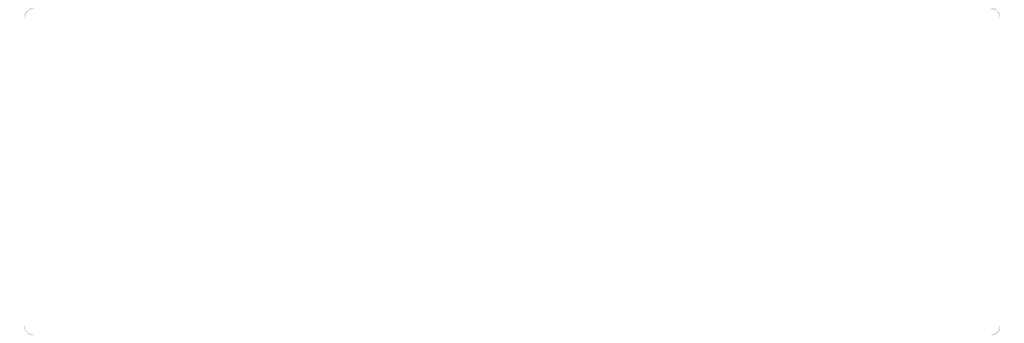
<source format=gko>
%FSTAX23Y23*%
%MOIN*%
%SFA1B1*%

%IPPOS*%
%ADD16C,0.004000*%
G54D16*
X54047Y57446D02*
D01*
X54053Y57446*
X5406Y57446*
X54066Y57448*
X54073Y57449*
X54079Y57451*
X54086Y57454*
X54092Y57457*
X54097Y5746*
X54103Y57464*
X54108Y57468*
X54113Y57472*
X54118Y57477*
X54122Y57482*
X54126Y57488*
X5413Y57494*
X54133Y57499*
X54136Y57506*
X54138Y57512*
X5414Y57518*
X54141Y57525*
X54142Y57531*
X54142Y57538*
X54142Y57542*
Y61112D02*
D01*
X54141Y61118*
X54141Y61125*
X54139Y61132*
X54138Y61139*
X54136Y61145*
X54133Y61151*
X5413Y61158*
X54127Y61163*
X54123Y61169*
X54119Y61174*
X54114Y6118*
X54109Y61184*
X54104Y61189*
X54098Y61193*
X54093Y61196*
X54086Y612*
X5408Y61202*
X54074Y61205*
X54067Y61207*
X54061Y61208*
X54054Y61209*
X54047Y61209*
X54044Y61211*
X42922Y57545D02*
D01*
X42922Y57538*
X42922Y57531*
X42924Y57524*
X42925Y57517*
X42927Y57511*
X4293Y57505*
X42933Y57498*
X42936Y57493*
X4294Y57487*
X42944Y57482*
X42949Y57476*
X42954Y57472*
X42959Y57467*
X42965Y57463*
X42971Y5746*
X42977Y57456*
X42983Y57454*
X42989Y57451*
X42996Y57449*
X43002Y57448*
X43009Y57447*
X43016Y57447*
X4302Y57446*
X43021Y6121D02*
D01*
X43014Y61209*
X43007Y61209*
X43Y61207*
X42993Y61206*
X42987Y61204*
X42981Y61201*
X42974Y61198*
X42969Y61195*
X42963Y61191*
X42958Y61187*
X42952Y61182*
X42948Y61177*
X42943Y61172*
X42939Y61166*
X42936Y61161*
X42932Y61154*
X4293Y61148*
X42927Y61142*
X42925Y61135*
X42924Y61129*
X42923Y61122*
X42923Y61115*
X42923Y61112*
M02*
</source>
